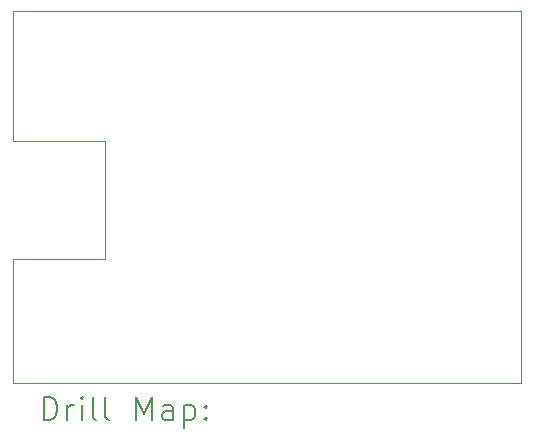
<source format=gbr>
%TF.GenerationSoftware,KiCad,Pcbnew,7.0.5*%
%TF.CreationDate,2023-07-11T15:31:01-04:00*%
%TF.ProjectId,StepperMotor_module_V2_XIAO_RP2040,53746570-7065-4724-9d6f-746f725f6d6f,rev?*%
%TF.SameCoordinates,Original*%
%TF.FileFunction,Drillmap*%
%TF.FilePolarity,Positive*%
%FSLAX45Y45*%
G04 Gerber Fmt 4.5, Leading zero omitted, Abs format (unit mm)*
G04 Created by KiCad (PCBNEW 7.0.5) date 2023-07-11 15:31:01*
%MOMM*%
%LPD*%
G01*
G04 APERTURE LIST*
%ADD10C,0.100000*%
%ADD11C,0.200000*%
G04 APERTURE END LIST*
D10*
X12200000Y-5800000D02*
X16500000Y-5800000D01*
X12975000Y-6900000D02*
X12200000Y-6900000D01*
X12200000Y-8950000D02*
X12200000Y-7900000D01*
X12200000Y-6900000D02*
X12200000Y-5800000D01*
X16500000Y-5800000D02*
X16500000Y-8950000D01*
X16500000Y-8950000D02*
X12200000Y-8950000D01*
X12200000Y-7900000D02*
X12975000Y-7900000D01*
X12975000Y-7900000D02*
X12975000Y-6900000D01*
D11*
X12455777Y-9266484D02*
X12455777Y-9066484D01*
X12455777Y-9066484D02*
X12503396Y-9066484D01*
X12503396Y-9066484D02*
X12531967Y-9076008D01*
X12531967Y-9076008D02*
X12551015Y-9095055D01*
X12551015Y-9095055D02*
X12560539Y-9114103D01*
X12560539Y-9114103D02*
X12570062Y-9152198D01*
X12570062Y-9152198D02*
X12570062Y-9180770D01*
X12570062Y-9180770D02*
X12560539Y-9218865D01*
X12560539Y-9218865D02*
X12551015Y-9237912D01*
X12551015Y-9237912D02*
X12531967Y-9256960D01*
X12531967Y-9256960D02*
X12503396Y-9266484D01*
X12503396Y-9266484D02*
X12455777Y-9266484D01*
X12655777Y-9266484D02*
X12655777Y-9133150D01*
X12655777Y-9171246D02*
X12665301Y-9152198D01*
X12665301Y-9152198D02*
X12674824Y-9142674D01*
X12674824Y-9142674D02*
X12693872Y-9133150D01*
X12693872Y-9133150D02*
X12712920Y-9133150D01*
X12779586Y-9266484D02*
X12779586Y-9133150D01*
X12779586Y-9066484D02*
X12770062Y-9076008D01*
X12770062Y-9076008D02*
X12779586Y-9085531D01*
X12779586Y-9085531D02*
X12789110Y-9076008D01*
X12789110Y-9076008D02*
X12779586Y-9066484D01*
X12779586Y-9066484D02*
X12779586Y-9085531D01*
X12903396Y-9266484D02*
X12884348Y-9256960D01*
X12884348Y-9256960D02*
X12874824Y-9237912D01*
X12874824Y-9237912D02*
X12874824Y-9066484D01*
X13008158Y-9266484D02*
X12989110Y-9256960D01*
X12989110Y-9256960D02*
X12979586Y-9237912D01*
X12979586Y-9237912D02*
X12979586Y-9066484D01*
X13236729Y-9266484D02*
X13236729Y-9066484D01*
X13236729Y-9066484D02*
X13303396Y-9209341D01*
X13303396Y-9209341D02*
X13370062Y-9066484D01*
X13370062Y-9066484D02*
X13370062Y-9266484D01*
X13551015Y-9266484D02*
X13551015Y-9161722D01*
X13551015Y-9161722D02*
X13541491Y-9142674D01*
X13541491Y-9142674D02*
X13522443Y-9133150D01*
X13522443Y-9133150D02*
X13484348Y-9133150D01*
X13484348Y-9133150D02*
X13465301Y-9142674D01*
X13551015Y-9256960D02*
X13531967Y-9266484D01*
X13531967Y-9266484D02*
X13484348Y-9266484D01*
X13484348Y-9266484D02*
X13465301Y-9256960D01*
X13465301Y-9256960D02*
X13455777Y-9237912D01*
X13455777Y-9237912D02*
X13455777Y-9218865D01*
X13455777Y-9218865D02*
X13465301Y-9199817D01*
X13465301Y-9199817D02*
X13484348Y-9190293D01*
X13484348Y-9190293D02*
X13531967Y-9190293D01*
X13531967Y-9190293D02*
X13551015Y-9180770D01*
X13646253Y-9133150D02*
X13646253Y-9333150D01*
X13646253Y-9142674D02*
X13665301Y-9133150D01*
X13665301Y-9133150D02*
X13703396Y-9133150D01*
X13703396Y-9133150D02*
X13722443Y-9142674D01*
X13722443Y-9142674D02*
X13731967Y-9152198D01*
X13731967Y-9152198D02*
X13741491Y-9171246D01*
X13741491Y-9171246D02*
X13741491Y-9228389D01*
X13741491Y-9228389D02*
X13731967Y-9247436D01*
X13731967Y-9247436D02*
X13722443Y-9256960D01*
X13722443Y-9256960D02*
X13703396Y-9266484D01*
X13703396Y-9266484D02*
X13665301Y-9266484D01*
X13665301Y-9266484D02*
X13646253Y-9256960D01*
X13827205Y-9247436D02*
X13836729Y-9256960D01*
X13836729Y-9256960D02*
X13827205Y-9266484D01*
X13827205Y-9266484D02*
X13817682Y-9256960D01*
X13817682Y-9256960D02*
X13827205Y-9247436D01*
X13827205Y-9247436D02*
X13827205Y-9266484D01*
X13827205Y-9142674D02*
X13836729Y-9152198D01*
X13836729Y-9152198D02*
X13827205Y-9161722D01*
X13827205Y-9161722D02*
X13817682Y-9152198D01*
X13817682Y-9152198D02*
X13827205Y-9142674D01*
X13827205Y-9142674D02*
X13827205Y-9161722D01*
M02*

</source>
